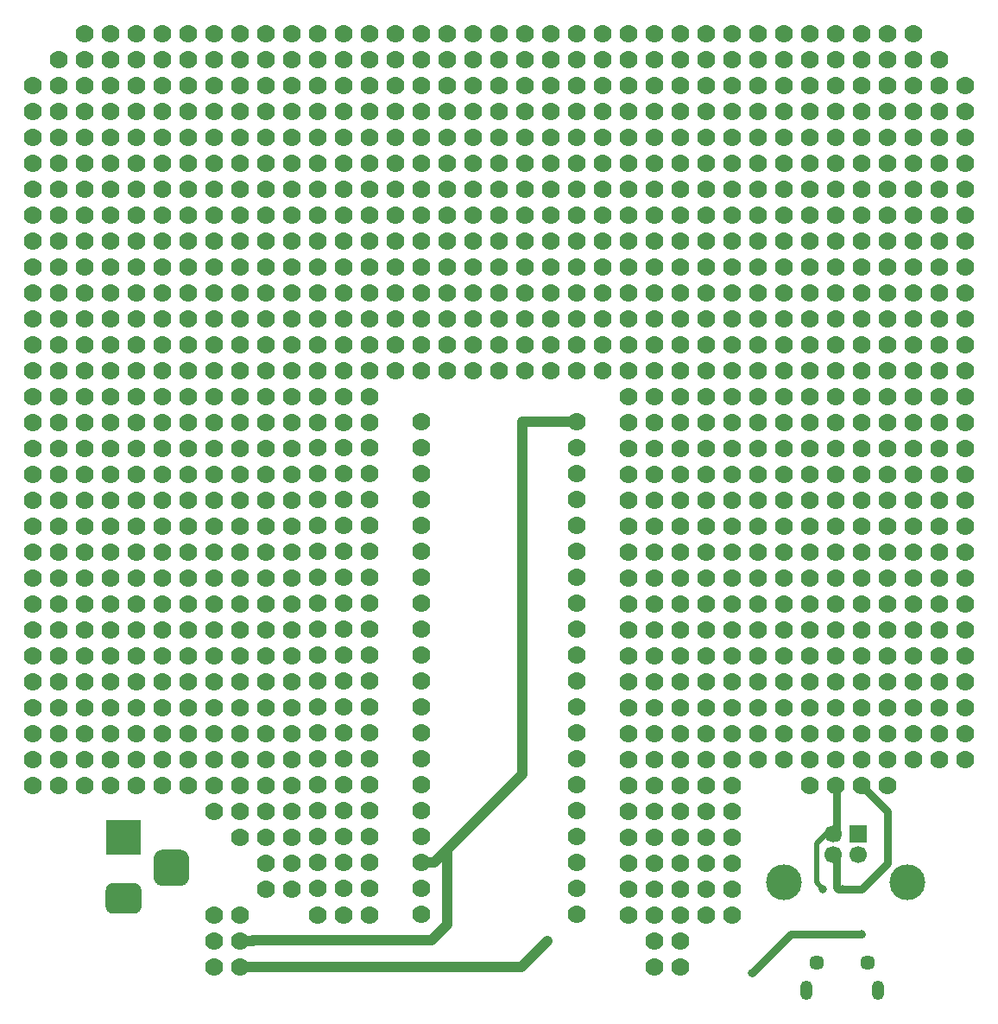
<source format=gbr>
G04 #@! TF.GenerationSoftware,KiCad,Pcbnew,(5.1.5)-3*
G04 #@! TF.CreationDate,2020-07-27T18:35:28+02:00*
G04 #@! TF.ProjectId,BluePill_Breadboard,426c7565-5069-46c6-9c5f-427265616462,rev?*
G04 #@! TF.SameCoordinates,Original*
G04 #@! TF.FileFunction,Copper,L2,Bot*
G04 #@! TF.FilePolarity,Positive*
%FSLAX46Y46*%
G04 Gerber Fmt 4.6, Leading zero omitted, Abs format (unit mm)*
G04 Created by KiCad (PCBNEW (5.1.5)-3) date 2020-07-27 18:35:28*
%MOMM*%
%LPD*%
G04 APERTURE LIST*
%ADD10C,1.778000*%
%ADD11R,1.700000X1.700000*%
%ADD12C,1.700000*%
%ADD13C,3.500000*%
%ADD14R,3.500000X3.500000*%
%ADD15C,0.100000*%
%ADD16C,1.450000*%
%ADD17O,1.200000X1.900000*%
%ADD18C,0.800000*%
%ADD19C,1.000000*%
%ADD20C,0.500000*%
%ADD21C,1.000000*%
%ADD22C,0.750000*%
G04 APERTURE END LIST*
D10*
X129540000Y-133115000D03*
X127000000Y-133115000D03*
X124460000Y-133115000D03*
X154940000Y-133115000D03*
X154940000Y-130594000D03*
X154940000Y-128035000D03*
X154940000Y-125514000D03*
X154940000Y-122955000D03*
X154940000Y-120415000D03*
X154940000Y-117875000D03*
X154940000Y-115335000D03*
X154940000Y-112795000D03*
X154940000Y-110274000D03*
X154940000Y-107715000D03*
X154940000Y-105175000D03*
X154940000Y-102635000D03*
X154940000Y-100114000D03*
X154940000Y-97555000D03*
X154940000Y-95034000D03*
X154940000Y-92475000D03*
X129540000Y-84855000D03*
X127000000Y-84855000D03*
X124460000Y-84855000D03*
X152400000Y-77235000D03*
X152400000Y-79775000D03*
X160020000Y-133115000D03*
X129540000Y-125476000D03*
X127000000Y-125476000D03*
X124460000Y-125476000D03*
X124460000Y-128016000D03*
X124460000Y-130556000D03*
X127000000Y-130556000D03*
X129540000Y-130556000D03*
X127000000Y-128016000D03*
X129540000Y-128016000D03*
X149860000Y-79775000D03*
X147320000Y-79775000D03*
X147320000Y-77235000D03*
X149860000Y-77235000D03*
X144780000Y-79775000D03*
X142240000Y-79775000D03*
X142240000Y-77235000D03*
X144780000Y-77235000D03*
X139700000Y-79775000D03*
X137160000Y-79775000D03*
X137160000Y-77235000D03*
X139700000Y-77235000D03*
X134620000Y-79775000D03*
X132080000Y-79775000D03*
X132080000Y-77235000D03*
X134620000Y-77235000D03*
X160020000Y-87395000D03*
X157480000Y-87395000D03*
X160020000Y-89935000D03*
X157480000Y-89935000D03*
X154940000Y-89935000D03*
X154940000Y-87395000D03*
X154940000Y-84855000D03*
X157480000Y-84855000D03*
X160020000Y-84855000D03*
X129540000Y-89916000D03*
X127000000Y-89916000D03*
X129540000Y-92456000D03*
X127000000Y-92456000D03*
X124460000Y-92456000D03*
X124460000Y-89916000D03*
X124460000Y-87376000D03*
X127000000Y-87376000D03*
X129540000Y-87376000D03*
X129540000Y-97536000D03*
X127000000Y-97536000D03*
X129540000Y-100076000D03*
X127000000Y-100076000D03*
X124460000Y-100076000D03*
X124460000Y-97536000D03*
X124460000Y-94996000D03*
X127000000Y-94996000D03*
X129540000Y-94996000D03*
X129540000Y-105156000D03*
X127000000Y-105156000D03*
X129540000Y-107696000D03*
X127000000Y-107696000D03*
X124460000Y-107696000D03*
X124460000Y-105156000D03*
X124460000Y-102616000D03*
X127000000Y-102616000D03*
X129540000Y-102616000D03*
X129540000Y-112776000D03*
X127000000Y-112776000D03*
X129540000Y-115316000D03*
X127000000Y-115316000D03*
X124460000Y-115316000D03*
X124460000Y-112776000D03*
X124460000Y-110236000D03*
X127000000Y-110236000D03*
X129540000Y-110236000D03*
X129540000Y-120396000D03*
X127000000Y-120396000D03*
X129540000Y-122936000D03*
X127000000Y-122936000D03*
X124460000Y-122936000D03*
X124460000Y-120396000D03*
X124460000Y-117856000D03*
X127000000Y-117856000D03*
X129540000Y-117856000D03*
X134620000Y-133096000D03*
X134620000Y-120396000D03*
X134620000Y-102616000D03*
X134620000Y-92456000D03*
X134620000Y-130556000D03*
X134620000Y-107696000D03*
X134620000Y-125476000D03*
X134620000Y-122936000D03*
X134620000Y-128016000D03*
X134620000Y-105156000D03*
X134620000Y-110236000D03*
X134620000Y-97536000D03*
X134620000Y-117856000D03*
X134620000Y-89916000D03*
X134620000Y-94996000D03*
X134620000Y-100076000D03*
X134620000Y-87376000D03*
X134620000Y-112776000D03*
X134620000Y-84836000D03*
X134620000Y-115316000D03*
X149860000Y-133096000D03*
X149860000Y-130556000D03*
X149860000Y-128016000D03*
X149860000Y-125476000D03*
X149860000Y-122936000D03*
X149860000Y-115316000D03*
X149860000Y-120396000D03*
X149860000Y-117856000D03*
X149860000Y-112776000D03*
X149860000Y-110236000D03*
X149860000Y-107696000D03*
X149860000Y-102616000D03*
X149860000Y-105156000D03*
X149860000Y-100076000D03*
X149860000Y-97536000D03*
X149860000Y-89916000D03*
X149860000Y-94996000D03*
X149860000Y-92456000D03*
X149860000Y-87376000D03*
X149860000Y-84836000D03*
X99060000Y-49295000D03*
X116840000Y-138195000D03*
X101600000Y-107715000D03*
X99060000Y-107715000D03*
X101600000Y-110255000D03*
X99060000Y-110255000D03*
X96520000Y-110255000D03*
X96520000Y-107715000D03*
X96520000Y-105175000D03*
X99060000Y-105175000D03*
X101600000Y-105175000D03*
X101600000Y-115335000D03*
X99060000Y-115335000D03*
X101600000Y-117875000D03*
X99060000Y-117875000D03*
X96520000Y-117875000D03*
X96520000Y-115335000D03*
X96520000Y-112795000D03*
X99060000Y-112795000D03*
X101600000Y-112795000D03*
X101600000Y-54375000D03*
X99060000Y-54375000D03*
X101600000Y-56915000D03*
X99060000Y-56915000D03*
X96520000Y-56915000D03*
X96520000Y-54375000D03*
X96520000Y-51835000D03*
X99060000Y-51835000D03*
X101600000Y-51835000D03*
X101600000Y-61995000D03*
X99060000Y-61995000D03*
X101600000Y-64535000D03*
X99060000Y-64535000D03*
X96520000Y-64535000D03*
X96520000Y-61995000D03*
X96520000Y-59455000D03*
X99060000Y-59455000D03*
X101600000Y-59455000D03*
X101600000Y-69615000D03*
X99060000Y-69615000D03*
X101600000Y-72155000D03*
X99060000Y-72155000D03*
X96520000Y-72155000D03*
X96520000Y-69615000D03*
X96520000Y-67075000D03*
X99060000Y-67075000D03*
X101600000Y-67075000D03*
X104140000Y-49295000D03*
X101600000Y-49295000D03*
X101600000Y-46755000D03*
X104140000Y-46755000D03*
X101600000Y-92475000D03*
X99060000Y-92475000D03*
X101600000Y-95015000D03*
X99060000Y-95015000D03*
X96520000Y-95015000D03*
X96520000Y-92475000D03*
X96520000Y-89935000D03*
X99060000Y-89935000D03*
X101600000Y-89935000D03*
X96520000Y-120415000D03*
X101600000Y-77235000D03*
X99060000Y-77235000D03*
X101600000Y-79775000D03*
X99060000Y-79775000D03*
X96520000Y-79775000D03*
X96520000Y-77235000D03*
X96520000Y-74695000D03*
X99060000Y-74695000D03*
X101600000Y-74695000D03*
X114300000Y-49295000D03*
X111760000Y-49295000D03*
X111760000Y-46755000D03*
X114300000Y-46755000D03*
X124460000Y-49295000D03*
X121920000Y-49295000D03*
X121920000Y-46755000D03*
X124460000Y-46755000D03*
X119380000Y-49295000D03*
X116840000Y-49295000D03*
X116840000Y-46755000D03*
X119380000Y-46755000D03*
X101600000Y-84855000D03*
X99060000Y-84855000D03*
X101600000Y-87395000D03*
X99060000Y-87395000D03*
X96520000Y-87395000D03*
X96520000Y-84855000D03*
X96520000Y-82315000D03*
X99060000Y-82315000D03*
X101600000Y-82315000D03*
X101600000Y-100095000D03*
X99060000Y-100095000D03*
X101600000Y-102635000D03*
X99060000Y-102635000D03*
X96520000Y-102635000D03*
X96520000Y-100095000D03*
X96520000Y-97555000D03*
X99060000Y-97555000D03*
X101600000Y-97555000D03*
X109220000Y-49295000D03*
X106680000Y-49295000D03*
X106680000Y-46755000D03*
X109220000Y-46755000D03*
X129540000Y-49295000D03*
X127000000Y-49295000D03*
X127000000Y-46755000D03*
X129540000Y-46755000D03*
X99060000Y-120415000D03*
X101600000Y-120415000D03*
X170180000Y-46755000D03*
X167640000Y-46755000D03*
X167640000Y-49295000D03*
X170180000Y-49295000D03*
X149860000Y-46755000D03*
X147320000Y-46755000D03*
X147320000Y-49295000D03*
X149860000Y-49295000D03*
X160020000Y-46755000D03*
X157480000Y-46755000D03*
X157480000Y-49295000D03*
X160020000Y-49295000D03*
X180340000Y-46755000D03*
X177800000Y-46755000D03*
X177800000Y-49295000D03*
X180340000Y-49295000D03*
X165100000Y-46755000D03*
X162560000Y-46755000D03*
X162560000Y-49295000D03*
X165100000Y-49295000D03*
X134620000Y-49295000D03*
X132080000Y-49295000D03*
X132080000Y-46755000D03*
X134620000Y-46755000D03*
X144780000Y-46755000D03*
X142240000Y-46755000D03*
X142240000Y-49295000D03*
X144780000Y-49295000D03*
X139700000Y-49295000D03*
X137160000Y-49295000D03*
X137160000Y-46755000D03*
X139700000Y-46755000D03*
X154940000Y-46755000D03*
X152400000Y-46755000D03*
X152400000Y-49295000D03*
X154940000Y-49295000D03*
X175260000Y-46755000D03*
X172720000Y-46755000D03*
X172720000Y-49295000D03*
X175260000Y-49295000D03*
D11*
X177475000Y-125230000D03*
D12*
X174975000Y-125230000D03*
X174975000Y-127230000D03*
X177475000Y-127230000D03*
D13*
X182245000Y-129940000D03*
X170205000Y-129940000D03*
D10*
X121920000Y-100095000D03*
X119380000Y-100095000D03*
X116840000Y-100095000D03*
X116840000Y-102635000D03*
X116840000Y-105175000D03*
X119380000Y-105175000D03*
X121920000Y-105175000D03*
X119380000Y-102635000D03*
X121920000Y-102635000D03*
X160020000Y-54375000D03*
X157480000Y-54375000D03*
X154940000Y-54375000D03*
X154940000Y-56915000D03*
X154940000Y-59455000D03*
X157480000Y-59455000D03*
X160020000Y-59455000D03*
X157480000Y-56915000D03*
X160020000Y-56915000D03*
X121920000Y-107715000D03*
X119380000Y-107715000D03*
X116840000Y-107715000D03*
X116840000Y-110255000D03*
X116840000Y-112795000D03*
X119380000Y-112795000D03*
X121920000Y-112795000D03*
X119380000Y-110255000D03*
X121920000Y-110255000D03*
X137160000Y-54375000D03*
X134620000Y-54375000D03*
X132080000Y-54375000D03*
X132080000Y-56915000D03*
X132080000Y-59455000D03*
X134620000Y-59455000D03*
X137160000Y-59455000D03*
X134620000Y-56915000D03*
X137160000Y-56915000D03*
X152400000Y-61995000D03*
X149860000Y-61995000D03*
X147320000Y-61995000D03*
X147320000Y-64535000D03*
X147320000Y-67075000D03*
X149860000Y-67075000D03*
X152400000Y-67075000D03*
X149860000Y-64535000D03*
X152400000Y-64535000D03*
X167640000Y-61995000D03*
X165100000Y-61995000D03*
X162560000Y-61995000D03*
X162560000Y-64535000D03*
X162560000Y-67075000D03*
X165100000Y-67075000D03*
X167640000Y-67075000D03*
X165100000Y-64535000D03*
X167640000Y-64535000D03*
X152400000Y-54375000D03*
X149860000Y-54375000D03*
X147320000Y-54375000D03*
X147320000Y-56915000D03*
X147320000Y-59455000D03*
X149860000Y-59455000D03*
X152400000Y-59455000D03*
X149860000Y-56915000D03*
X152400000Y-56915000D03*
X152400000Y-69615000D03*
X149860000Y-69615000D03*
X147320000Y-69615000D03*
X147320000Y-72155000D03*
X147320000Y-74695000D03*
X149860000Y-74695000D03*
X152400000Y-74695000D03*
X149860000Y-72155000D03*
X152400000Y-72155000D03*
X114300000Y-107715000D03*
X111760000Y-107715000D03*
X109220000Y-107715000D03*
X109220000Y-110255000D03*
X109220000Y-112795000D03*
X111760000Y-112795000D03*
X114300000Y-112795000D03*
X111760000Y-110255000D03*
X114300000Y-110255000D03*
X114300000Y-115335000D03*
X111760000Y-115335000D03*
X109220000Y-115335000D03*
X109220000Y-117875000D03*
X109220000Y-120415000D03*
X111760000Y-120415000D03*
X114300000Y-120415000D03*
X111760000Y-117875000D03*
X114300000Y-117875000D03*
X121920000Y-84855000D03*
X119380000Y-84855000D03*
X116840000Y-84855000D03*
X116840000Y-87395000D03*
X116840000Y-89935000D03*
X119380000Y-89935000D03*
X121920000Y-89935000D03*
X119380000Y-87395000D03*
X121920000Y-87395000D03*
X114300000Y-92475000D03*
X111760000Y-92475000D03*
X109220000Y-92475000D03*
X109220000Y-95015000D03*
X109220000Y-97555000D03*
X111760000Y-97555000D03*
X114300000Y-97555000D03*
X111760000Y-95015000D03*
X114300000Y-95015000D03*
X137160000Y-69615000D03*
X134620000Y-69615000D03*
X132080000Y-69615000D03*
X132080000Y-72155000D03*
X132080000Y-74695000D03*
X134620000Y-74695000D03*
X137160000Y-74695000D03*
X134620000Y-72155000D03*
X137160000Y-72155000D03*
X114300000Y-77235000D03*
X111760000Y-77235000D03*
X109220000Y-77235000D03*
X109220000Y-79775000D03*
X109220000Y-82315000D03*
X111760000Y-82315000D03*
X114300000Y-82315000D03*
X111760000Y-79775000D03*
X114300000Y-79775000D03*
X167640000Y-69615000D03*
X165100000Y-69615000D03*
X162560000Y-69615000D03*
X162560000Y-72155000D03*
X162560000Y-74695000D03*
X165100000Y-74695000D03*
X167640000Y-74695000D03*
X165100000Y-72155000D03*
X167640000Y-72155000D03*
X129540000Y-61995000D03*
X127000000Y-61995000D03*
X124460000Y-61995000D03*
X124460000Y-64535000D03*
X124460000Y-67075000D03*
X127000000Y-67075000D03*
X129540000Y-67075000D03*
X127000000Y-64535000D03*
X129540000Y-64535000D03*
X160020000Y-61995000D03*
X157480000Y-61995000D03*
X154940000Y-61995000D03*
X154940000Y-64535000D03*
X154940000Y-67075000D03*
X157480000Y-67075000D03*
X160020000Y-67075000D03*
X157480000Y-64535000D03*
X160020000Y-64535000D03*
X121920000Y-115335000D03*
X119380000Y-115335000D03*
X116840000Y-115335000D03*
X116840000Y-117875000D03*
X116840000Y-120415000D03*
X119380000Y-120415000D03*
X121920000Y-120415000D03*
X119380000Y-117875000D03*
X121920000Y-117875000D03*
X121920000Y-69615000D03*
X119380000Y-69615000D03*
X116840000Y-69615000D03*
X116840000Y-72155000D03*
X116840000Y-74695000D03*
X119380000Y-74695000D03*
X121920000Y-74695000D03*
X119380000Y-72155000D03*
X121920000Y-72155000D03*
X160020000Y-69615000D03*
X157480000Y-69615000D03*
X154940000Y-69615000D03*
X154940000Y-72155000D03*
X154940000Y-74695000D03*
X157480000Y-74695000D03*
X160020000Y-74695000D03*
X157480000Y-72155000D03*
X160020000Y-72155000D03*
X129540000Y-69615000D03*
X127000000Y-69615000D03*
X124460000Y-69615000D03*
X124460000Y-72155000D03*
X124460000Y-74695000D03*
X127000000Y-74695000D03*
X129540000Y-74695000D03*
X127000000Y-72155000D03*
X129540000Y-72155000D03*
X121920000Y-92475000D03*
X119380000Y-92475000D03*
X116840000Y-92475000D03*
X116840000Y-95015000D03*
X116840000Y-97555000D03*
X119380000Y-97555000D03*
X121920000Y-97555000D03*
X119380000Y-95015000D03*
X121920000Y-95015000D03*
X144780000Y-61995000D03*
X142240000Y-61995000D03*
X139700000Y-61995000D03*
X139700000Y-64535000D03*
X139700000Y-67075000D03*
X142240000Y-67075000D03*
X144780000Y-67075000D03*
X142240000Y-64535000D03*
X144780000Y-64535000D03*
X121920000Y-54375000D03*
X119380000Y-54375000D03*
X116840000Y-54375000D03*
X116840000Y-56915000D03*
X116840000Y-59455000D03*
X119380000Y-59455000D03*
X121920000Y-59455000D03*
X119380000Y-56915000D03*
X121920000Y-56915000D03*
X144780000Y-69615000D03*
X142240000Y-69615000D03*
X139700000Y-69615000D03*
X139700000Y-72155000D03*
X139700000Y-74695000D03*
X142240000Y-74695000D03*
X144780000Y-74695000D03*
X142240000Y-72155000D03*
X144780000Y-72155000D03*
X121920000Y-77235000D03*
X119380000Y-77235000D03*
X116840000Y-77235000D03*
X116840000Y-79775000D03*
X116840000Y-82315000D03*
X119380000Y-82315000D03*
X121920000Y-82315000D03*
X119380000Y-79775000D03*
X121920000Y-79775000D03*
X121920000Y-61995000D03*
X119380000Y-61995000D03*
X116840000Y-61995000D03*
X116840000Y-64535000D03*
X116840000Y-67075000D03*
X119380000Y-67075000D03*
X121920000Y-67075000D03*
X119380000Y-64535000D03*
X121920000Y-64535000D03*
X144780000Y-54375000D03*
X142240000Y-54375000D03*
X139700000Y-54375000D03*
X139700000Y-56915000D03*
X139700000Y-59455000D03*
X142240000Y-59455000D03*
X144780000Y-59455000D03*
X142240000Y-56915000D03*
X144780000Y-56915000D03*
X129540000Y-54375000D03*
X127000000Y-54375000D03*
X124460000Y-54375000D03*
X124460000Y-56915000D03*
X124460000Y-59455000D03*
X127000000Y-59455000D03*
X129540000Y-59455000D03*
X127000000Y-56915000D03*
X129540000Y-56915000D03*
X114300000Y-100095000D03*
X111760000Y-100095000D03*
X109220000Y-100095000D03*
X109220000Y-102635000D03*
X109220000Y-105175000D03*
X111760000Y-105175000D03*
X114300000Y-105175000D03*
X111760000Y-102635000D03*
X114300000Y-102635000D03*
X114300000Y-84855000D03*
X111760000Y-84855000D03*
X109220000Y-84855000D03*
X109220000Y-87395000D03*
X109220000Y-89935000D03*
X111760000Y-89935000D03*
X114300000Y-89935000D03*
X111760000Y-87395000D03*
X114300000Y-87395000D03*
X137160000Y-61995000D03*
X134620000Y-61995000D03*
X132080000Y-61995000D03*
X132080000Y-64535000D03*
X132080000Y-67075000D03*
X134620000Y-67075000D03*
X137160000Y-67075000D03*
X134620000Y-64535000D03*
X137160000Y-64535000D03*
X162560000Y-51835000D03*
X167640000Y-84855000D03*
X165100000Y-84855000D03*
X162560000Y-84855000D03*
X162560000Y-87395000D03*
X162560000Y-89935000D03*
X165100000Y-89935000D03*
X167640000Y-89935000D03*
X165100000Y-87395000D03*
X167640000Y-87395000D03*
X182880000Y-95015000D03*
X180340000Y-95015000D03*
X177800000Y-95015000D03*
X177800000Y-97555000D03*
X177800000Y-100095000D03*
X180340000Y-100095000D03*
X182880000Y-100095000D03*
X180340000Y-97555000D03*
X182880000Y-97555000D03*
X175260000Y-95015000D03*
X172720000Y-95015000D03*
X170180000Y-95015000D03*
X170180000Y-97555000D03*
X170180000Y-100095000D03*
X172720000Y-100095000D03*
X175260000Y-100095000D03*
X172720000Y-97555000D03*
X175260000Y-97555000D03*
X165100000Y-51835000D03*
X167640000Y-51835000D03*
X160020000Y-77235000D03*
X157480000Y-77235000D03*
X154940000Y-77235000D03*
X154940000Y-79775000D03*
X154940000Y-82315000D03*
X157480000Y-82315000D03*
X160020000Y-82315000D03*
X157480000Y-79775000D03*
X160020000Y-79775000D03*
X152400000Y-51835000D03*
X167640000Y-92475000D03*
X165100000Y-92475000D03*
X162560000Y-92475000D03*
X162560000Y-95015000D03*
X162560000Y-97555000D03*
X165100000Y-97555000D03*
X167640000Y-97555000D03*
X165100000Y-95015000D03*
X167640000Y-95015000D03*
X175260000Y-79775000D03*
X172720000Y-79775000D03*
X170180000Y-79775000D03*
X170180000Y-82315000D03*
X170180000Y-84855000D03*
X172720000Y-84855000D03*
X175260000Y-84855000D03*
X172720000Y-82315000D03*
X175260000Y-82315000D03*
X154940000Y-51835000D03*
X149860000Y-51835000D03*
X114300000Y-69615000D03*
X111760000Y-69615000D03*
X109220000Y-69615000D03*
X109220000Y-72155000D03*
X109220000Y-74695000D03*
X111760000Y-74695000D03*
X114300000Y-74695000D03*
X111760000Y-72155000D03*
X114300000Y-72155000D03*
X114300000Y-61995000D03*
X111760000Y-61995000D03*
X109220000Y-61995000D03*
X109220000Y-64535000D03*
X109220000Y-67075000D03*
X111760000Y-67075000D03*
X114300000Y-67075000D03*
X111760000Y-64535000D03*
X114300000Y-64535000D03*
X160020000Y-51835000D03*
X114300000Y-54375000D03*
X111760000Y-54375000D03*
X109220000Y-54375000D03*
X109220000Y-56915000D03*
X109220000Y-59455000D03*
X111760000Y-59455000D03*
X114300000Y-59455000D03*
X111760000Y-56915000D03*
X114300000Y-56915000D03*
X167640000Y-107715000D03*
X165100000Y-107715000D03*
X162560000Y-107715000D03*
X162560000Y-110255000D03*
X162560000Y-112795000D03*
X165100000Y-112795000D03*
X167640000Y-112795000D03*
X165100000Y-110255000D03*
X167640000Y-110255000D03*
X167640000Y-77235000D03*
X165100000Y-77235000D03*
X162560000Y-77235000D03*
X162560000Y-79775000D03*
X162560000Y-82315000D03*
X165100000Y-82315000D03*
X167640000Y-82315000D03*
X165100000Y-79775000D03*
X167640000Y-79775000D03*
X175260000Y-59455000D03*
X172720000Y-59455000D03*
X170180000Y-59455000D03*
X170180000Y-61995000D03*
X170180000Y-64535000D03*
X172720000Y-64535000D03*
X175260000Y-64535000D03*
X172720000Y-61995000D03*
X175260000Y-61995000D03*
X175260000Y-87395000D03*
X172720000Y-87395000D03*
X170180000Y-87395000D03*
X170180000Y-89935000D03*
X170180000Y-92475000D03*
X172720000Y-92475000D03*
X175260000Y-92475000D03*
X172720000Y-89935000D03*
X175260000Y-89935000D03*
X175260000Y-67075000D03*
X172720000Y-67075000D03*
X170180000Y-67075000D03*
X170180000Y-69615000D03*
X170180000Y-72155000D03*
X172720000Y-72155000D03*
X175260000Y-72155000D03*
X172720000Y-69615000D03*
X175260000Y-69615000D03*
X175260000Y-107715000D03*
X172720000Y-107715000D03*
X170180000Y-107715000D03*
X170180000Y-110255000D03*
X170180000Y-112795000D03*
X172720000Y-112795000D03*
X175260000Y-112795000D03*
X172720000Y-110255000D03*
X175260000Y-110255000D03*
X182880000Y-87395000D03*
X180340000Y-87395000D03*
X177800000Y-87395000D03*
X177800000Y-89935000D03*
X177800000Y-92475000D03*
X180340000Y-92475000D03*
X182880000Y-92475000D03*
X180340000Y-89935000D03*
X182880000Y-89935000D03*
X182880000Y-107715000D03*
X180340000Y-107715000D03*
X177800000Y-107715000D03*
X177800000Y-110255000D03*
X177800000Y-112795000D03*
X180340000Y-112795000D03*
X182880000Y-112795000D03*
X180340000Y-110255000D03*
X182880000Y-110255000D03*
X129540000Y-77235000D03*
X127000000Y-77235000D03*
X124460000Y-77235000D03*
X124460000Y-79775000D03*
X124460000Y-82315000D03*
X127000000Y-82315000D03*
X129540000Y-82315000D03*
X127000000Y-79775000D03*
X129540000Y-79775000D03*
X167640000Y-100095000D03*
X165100000Y-100095000D03*
X162560000Y-100095000D03*
X162560000Y-102635000D03*
X162560000Y-105175000D03*
X165100000Y-105175000D03*
X167640000Y-105175000D03*
X165100000Y-102635000D03*
X167640000Y-102635000D03*
X157480000Y-51835000D03*
X172720000Y-56915000D03*
X144780000Y-51835000D03*
X127000000Y-51835000D03*
X121920000Y-51835000D03*
X177800000Y-72155000D03*
X119380000Y-51835000D03*
X111760000Y-51835000D03*
X114300000Y-51835000D03*
X116840000Y-51835000D03*
X109220000Y-51835000D03*
X170180000Y-56915000D03*
X142240000Y-51835000D03*
X134620000Y-51835000D03*
X129540000Y-51835000D03*
X132080000Y-51835000D03*
X137160000Y-51835000D03*
X147320000Y-51835000D03*
X139700000Y-51835000D03*
X172720000Y-120415000D03*
X170180000Y-51835000D03*
X172720000Y-51835000D03*
X175260000Y-51835000D03*
X157480000Y-133115000D03*
X106680000Y-97555000D03*
X104140000Y-97555000D03*
X104140000Y-100095000D03*
X106680000Y-100095000D03*
X106680000Y-82315000D03*
X104140000Y-82315000D03*
X104140000Y-84855000D03*
X106680000Y-84855000D03*
X106680000Y-92475000D03*
X104140000Y-92475000D03*
X104140000Y-95015000D03*
X106680000Y-95015000D03*
X175260000Y-120415000D03*
X177800000Y-120415000D03*
X106680000Y-77235000D03*
X104140000Y-77235000D03*
X104140000Y-79775000D03*
X106680000Y-79775000D03*
X116840000Y-125495000D03*
X106680000Y-87395000D03*
X104140000Y-87395000D03*
X104140000Y-89935000D03*
X106680000Y-89935000D03*
X180340000Y-120415000D03*
X114300000Y-122955000D03*
X116840000Y-122955000D03*
X177800000Y-74695000D03*
X175260000Y-74695000D03*
X175260000Y-77235000D03*
X177800000Y-77235000D03*
X172720000Y-74695000D03*
X170180000Y-74695000D03*
X170180000Y-77235000D03*
X172720000Y-77235000D03*
X106680000Y-72155000D03*
X104140000Y-72155000D03*
X104140000Y-74695000D03*
X106680000Y-74695000D03*
X106680000Y-61995000D03*
X104140000Y-61995000D03*
X104140000Y-64535000D03*
X106680000Y-64535000D03*
X106680000Y-51835000D03*
X104140000Y-51835000D03*
X104140000Y-54375000D03*
X106680000Y-54375000D03*
X106680000Y-56915000D03*
X104140000Y-56915000D03*
X104140000Y-59455000D03*
X106680000Y-59455000D03*
X106680000Y-67075000D03*
X104140000Y-67075000D03*
X104140000Y-69615000D03*
X106680000Y-69615000D03*
X160020000Y-92475000D03*
X157480000Y-92475000D03*
X157480000Y-95015000D03*
X160020000Y-95015000D03*
X106680000Y-117875000D03*
X104140000Y-117875000D03*
X104140000Y-120415000D03*
X106680000Y-120415000D03*
X180340000Y-115335000D03*
X177800000Y-115335000D03*
X177800000Y-117875000D03*
X180340000Y-117875000D03*
X180340000Y-61995000D03*
X177800000Y-61995000D03*
X177800000Y-64535000D03*
X180340000Y-64535000D03*
X160020000Y-97555000D03*
X157480000Y-97555000D03*
X157480000Y-100095000D03*
X160020000Y-100095000D03*
X180340000Y-67075000D03*
X177800000Y-67075000D03*
X177800000Y-69615000D03*
X180340000Y-69615000D03*
X106680000Y-102635000D03*
X104140000Y-102635000D03*
X104140000Y-105175000D03*
X106680000Y-105175000D03*
X106680000Y-107715000D03*
X104140000Y-107715000D03*
X104140000Y-110255000D03*
X106680000Y-110255000D03*
X106680000Y-112795000D03*
X104140000Y-112795000D03*
X104140000Y-115335000D03*
X106680000Y-115335000D03*
X167640000Y-56915000D03*
X165100000Y-56915000D03*
X165100000Y-59455000D03*
X167640000Y-59455000D03*
X160020000Y-128035000D03*
X157480000Y-128035000D03*
X157480000Y-130575000D03*
X160020000Y-130575000D03*
X180340000Y-56915000D03*
X177800000Y-56915000D03*
X177800000Y-59455000D03*
X180340000Y-59455000D03*
X165100000Y-130575000D03*
X162560000Y-130575000D03*
X162560000Y-133115000D03*
X165100000Y-133115000D03*
X185420000Y-115335000D03*
X182880000Y-115335000D03*
X182880000Y-117875000D03*
X185420000Y-117875000D03*
X177800000Y-102635000D03*
X175260000Y-102635000D03*
X175260000Y-105175000D03*
X177800000Y-105175000D03*
X180340000Y-51835000D03*
X177800000Y-51835000D03*
X177800000Y-54375000D03*
X180340000Y-54375000D03*
X160020000Y-135655000D03*
X157480000Y-135655000D03*
X157480000Y-138195000D03*
X160020000Y-138195000D03*
X121920000Y-130575000D03*
X119380000Y-130575000D03*
X119380000Y-128035000D03*
X121920000Y-128035000D03*
X121920000Y-125495000D03*
X119380000Y-125495000D03*
X119380000Y-122955000D03*
X121920000Y-122955000D03*
X160020000Y-102635000D03*
X157480000Y-102635000D03*
X157480000Y-105175000D03*
X160020000Y-105175000D03*
X160020000Y-122955000D03*
X157480000Y-122955000D03*
X157480000Y-125495000D03*
X160020000Y-125495000D03*
X172720000Y-102635000D03*
X170180000Y-102635000D03*
X170180000Y-105175000D03*
X172720000Y-105175000D03*
X160020000Y-117875000D03*
X157480000Y-117875000D03*
X157480000Y-120415000D03*
X160020000Y-120415000D03*
X116840000Y-133115000D03*
X114300000Y-133115000D03*
X114300000Y-135655000D03*
X116840000Y-135655000D03*
X160020000Y-107715000D03*
X157480000Y-107715000D03*
X157480000Y-110255000D03*
X160020000Y-110255000D03*
X182880000Y-102635000D03*
X180340000Y-102635000D03*
X180340000Y-105175000D03*
X182880000Y-105175000D03*
X124460000Y-51835000D03*
X160020000Y-112795000D03*
X157480000Y-112795000D03*
X157480000Y-115335000D03*
X160020000Y-115335000D03*
X167640000Y-54375000D03*
X180340000Y-74695000D03*
X165100000Y-54375000D03*
X180340000Y-77235000D03*
X170180000Y-54375000D03*
X172720000Y-54375000D03*
X177800000Y-84855000D03*
X180340000Y-84855000D03*
X187960000Y-69615000D03*
X185420000Y-69615000D03*
X187960000Y-72155000D03*
X185420000Y-72155000D03*
X182880000Y-72155000D03*
X182880000Y-69615000D03*
X182880000Y-67075000D03*
X185420000Y-67075000D03*
X187960000Y-67075000D03*
X162560000Y-59455000D03*
X175260000Y-54375000D03*
X187960000Y-54375000D03*
X185420000Y-54375000D03*
X187960000Y-56915000D03*
X185420000Y-56915000D03*
X182880000Y-56915000D03*
X182880000Y-54375000D03*
X182880000Y-51835000D03*
X185420000Y-51835000D03*
X187960000Y-51835000D03*
X175260000Y-56915000D03*
X180340000Y-82315000D03*
X177800000Y-82315000D03*
X177800000Y-79775000D03*
X180340000Y-79775000D03*
X162560000Y-54375000D03*
X180340000Y-72155000D03*
X187960000Y-61995000D03*
X185420000Y-61995000D03*
X187960000Y-64535000D03*
X185420000Y-64535000D03*
X182880000Y-64535000D03*
X182880000Y-61995000D03*
X182880000Y-59455000D03*
X185420000Y-59455000D03*
X187960000Y-59455000D03*
X162560000Y-56915000D03*
X165100000Y-125495000D03*
X162560000Y-125495000D03*
X162560000Y-128035000D03*
X165100000Y-128035000D03*
X187960000Y-82315000D03*
X185420000Y-112795000D03*
X185420000Y-82315000D03*
X182880000Y-82315000D03*
X182880000Y-84855000D03*
X185420000Y-84855000D03*
X165100000Y-120415000D03*
X162560000Y-120415000D03*
X162560000Y-122955000D03*
X165100000Y-122955000D03*
X187960000Y-112795000D03*
X187960000Y-92475000D03*
X185420000Y-92475000D03*
X185420000Y-95015000D03*
X187960000Y-95015000D03*
X187960000Y-107715000D03*
X185420000Y-107715000D03*
X185420000Y-110255000D03*
X187960000Y-110255000D03*
X187960000Y-117875000D03*
X187960000Y-87395000D03*
X185420000Y-87395000D03*
X185420000Y-89935000D03*
X187960000Y-89935000D03*
X187960000Y-97555000D03*
X185420000Y-97555000D03*
X185420000Y-100095000D03*
X187960000Y-100095000D03*
X187960000Y-102635000D03*
X185420000Y-102635000D03*
X185420000Y-105175000D03*
X187960000Y-105175000D03*
X170180000Y-115335000D03*
X167640000Y-115335000D03*
X167640000Y-117875000D03*
X170180000Y-117875000D03*
X187960000Y-84855000D03*
X187960000Y-115335000D03*
X165100000Y-115335000D03*
X162560000Y-115335000D03*
X162560000Y-117875000D03*
X165100000Y-117875000D03*
X187960000Y-77235000D03*
X185420000Y-77235000D03*
X187960000Y-79775000D03*
X185420000Y-79775000D03*
X182880000Y-79775000D03*
X182880000Y-77235000D03*
X182880000Y-74695000D03*
X185420000Y-74695000D03*
X187960000Y-74695000D03*
X175260000Y-115335000D03*
X172720000Y-115335000D03*
X172720000Y-117875000D03*
X175260000Y-117875000D03*
D14*
X105410000Y-125495000D03*
G04 #@! TA.AperFunction,ComponentPad*
D15*
G36*
X106483513Y-129998611D02*
G01*
X106556318Y-130009411D01*
X106627714Y-130027295D01*
X106697013Y-130052090D01*
X106763548Y-130083559D01*
X106826678Y-130121398D01*
X106885795Y-130165242D01*
X106940330Y-130214670D01*
X106989758Y-130269205D01*
X107033602Y-130328322D01*
X107071441Y-130391452D01*
X107102910Y-130457987D01*
X107127705Y-130527286D01*
X107145589Y-130598682D01*
X107156389Y-130671487D01*
X107160000Y-130745000D01*
X107160000Y-132245000D01*
X107156389Y-132318513D01*
X107145589Y-132391318D01*
X107127705Y-132462714D01*
X107102910Y-132532013D01*
X107071441Y-132598548D01*
X107033602Y-132661678D01*
X106989758Y-132720795D01*
X106940330Y-132775330D01*
X106885795Y-132824758D01*
X106826678Y-132868602D01*
X106763548Y-132906441D01*
X106697013Y-132937910D01*
X106627714Y-132962705D01*
X106556318Y-132980589D01*
X106483513Y-132991389D01*
X106410000Y-132995000D01*
X104410000Y-132995000D01*
X104336487Y-132991389D01*
X104263682Y-132980589D01*
X104192286Y-132962705D01*
X104122987Y-132937910D01*
X104056452Y-132906441D01*
X103993322Y-132868602D01*
X103934205Y-132824758D01*
X103879670Y-132775330D01*
X103830242Y-132720795D01*
X103786398Y-132661678D01*
X103748559Y-132598548D01*
X103717090Y-132532013D01*
X103692295Y-132462714D01*
X103674411Y-132391318D01*
X103663611Y-132318513D01*
X103660000Y-132245000D01*
X103660000Y-130745000D01*
X103663611Y-130671487D01*
X103674411Y-130598682D01*
X103692295Y-130527286D01*
X103717090Y-130457987D01*
X103748559Y-130391452D01*
X103786398Y-130328322D01*
X103830242Y-130269205D01*
X103879670Y-130214670D01*
X103934205Y-130165242D01*
X103993322Y-130121398D01*
X104056452Y-130083559D01*
X104122987Y-130052090D01*
X104192286Y-130027295D01*
X104263682Y-130009411D01*
X104336487Y-129998611D01*
X104410000Y-129995000D01*
X106410000Y-129995000D01*
X106483513Y-129998611D01*
G37*
G04 #@! TD.AperFunction*
G04 #@! TA.AperFunction,ComponentPad*
G36*
X111070765Y-126749213D02*
G01*
X111155704Y-126761813D01*
X111238999Y-126782677D01*
X111319848Y-126811605D01*
X111397472Y-126848319D01*
X111471124Y-126892464D01*
X111540094Y-126943616D01*
X111603718Y-127001282D01*
X111661384Y-127064906D01*
X111712536Y-127133876D01*
X111756681Y-127207528D01*
X111793395Y-127285152D01*
X111822323Y-127366001D01*
X111843187Y-127449296D01*
X111855787Y-127534235D01*
X111860000Y-127620000D01*
X111860000Y-129370000D01*
X111855787Y-129455765D01*
X111843187Y-129540704D01*
X111822323Y-129623999D01*
X111793395Y-129704848D01*
X111756681Y-129782472D01*
X111712536Y-129856124D01*
X111661384Y-129925094D01*
X111603718Y-129988718D01*
X111540094Y-130046384D01*
X111471124Y-130097536D01*
X111397472Y-130141681D01*
X111319848Y-130178395D01*
X111238999Y-130207323D01*
X111155704Y-130228187D01*
X111070765Y-130240787D01*
X110985000Y-130245000D01*
X109235000Y-130245000D01*
X109149235Y-130240787D01*
X109064296Y-130228187D01*
X108981001Y-130207323D01*
X108900152Y-130178395D01*
X108822528Y-130141681D01*
X108748876Y-130097536D01*
X108679906Y-130046384D01*
X108616282Y-129988718D01*
X108558616Y-129925094D01*
X108507464Y-129856124D01*
X108463319Y-129782472D01*
X108426605Y-129704848D01*
X108397677Y-129623999D01*
X108376813Y-129540704D01*
X108364213Y-129455765D01*
X108360000Y-129370000D01*
X108360000Y-127620000D01*
X108364213Y-127534235D01*
X108376813Y-127449296D01*
X108397677Y-127366001D01*
X108426605Y-127285152D01*
X108463319Y-127207528D01*
X108507464Y-127133876D01*
X108558616Y-127064906D01*
X108616282Y-127001282D01*
X108679906Y-126943616D01*
X108748876Y-126892464D01*
X108822528Y-126848319D01*
X108900152Y-126811605D01*
X108981001Y-126782677D01*
X109064296Y-126761813D01*
X109149235Y-126749213D01*
X109235000Y-126745000D01*
X110985000Y-126745000D01*
X111070765Y-126749213D01*
G37*
G04 #@! TD.AperFunction*
D16*
X173395000Y-137775000D03*
X178395000Y-137775000D03*
D17*
X172395000Y-140475000D03*
X179395000Y-140475000D03*
D10*
X182880000Y-46755000D03*
X182880000Y-49295000D03*
X185420000Y-49295000D03*
X114300000Y-138195000D03*
D18*
X177800000Y-135020000D03*
X167005000Y-138830000D03*
D19*
X147020510Y-135655000D03*
D18*
X173990000Y-130575000D03*
X175935000Y-130615000D03*
D20*
X173990000Y-130575000D02*
X173355000Y-129940000D01*
X173355000Y-129940000D02*
X173355000Y-126130000D01*
D21*
X116840000Y-138195000D02*
X144480510Y-138195000D01*
X144480510Y-138195000D02*
X147020510Y-135655000D01*
D20*
X173355000Y-126130000D02*
X174625000Y-124860000D01*
D22*
X175300000Y-125495000D02*
X175300000Y-120455000D01*
X175300000Y-127400000D02*
X175300000Y-130440000D01*
X167005000Y-138830000D02*
X167005000Y-138830000D01*
X170815000Y-135020000D02*
X177800000Y-135020000D01*
X167005000Y-138830000D02*
X170815000Y-135020000D01*
X175387000Y-130448000D02*
X175514000Y-130575000D01*
X177800000Y-130575000D02*
X180340000Y-128035000D01*
X175514000Y-130575000D02*
X177800000Y-130575000D01*
X180340000Y-128035000D02*
X180340000Y-122955000D01*
X180340000Y-122955000D02*
X177800000Y-120415000D01*
D21*
X134620000Y-128016000D02*
X135877235Y-128016000D01*
X144526000Y-119367235D02*
X144526000Y-84836000D01*
X144526000Y-84836000D02*
X149860000Y-84836000D01*
X137153618Y-126739618D02*
X144526000Y-119367235D01*
X135877235Y-128016000D02*
X137153618Y-126739618D01*
X118097235Y-135655000D02*
X118116235Y-135636000D01*
X116840000Y-135655000D02*
X118097235Y-135655000D01*
X118116235Y-135636000D02*
X135636000Y-135636000D01*
X135636000Y-135636000D02*
X137160000Y-134112000D01*
X137153618Y-126739618D02*
X137160000Y-134112000D01*
M02*

</source>
